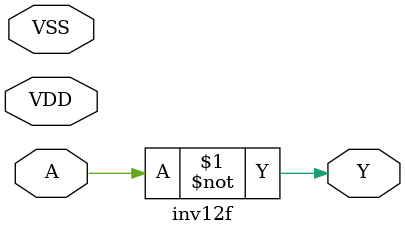
<source format=v>


module inv12f ( Y, VSS, VDD, A );

  input A;
  output Y;
  inout VDD;
  inout VSS;
  assign Y = ~A;
endmodule

</source>
